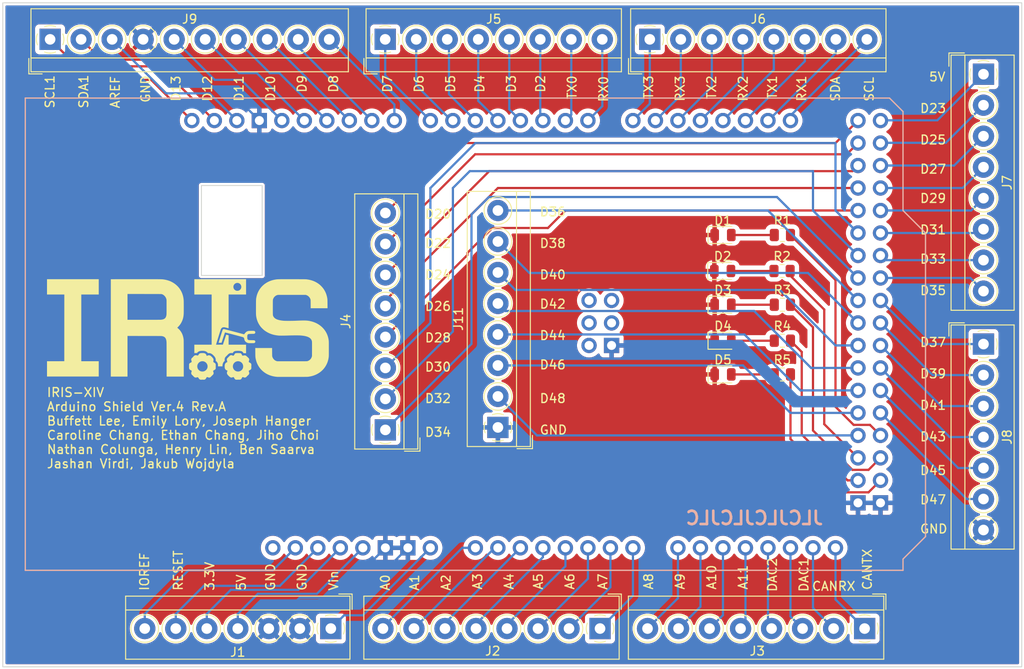
<source format=kicad_pcb>
(kicad_pcb (version 20221018) (generator pcbnew)
  (layers (0 "F.Cu" signal) (31 "B.Cu" signal) (34 "B.Paste" user) (35 "F.Paste" user) (36 "B.SilkS" user "B.Silkscreen") (37 "F.SilkS" user "F.Silkscreen") (38 "B.Mask" user) (39 "F.Mask" user) (44 "Edge.Cuts" user))
  (net 0 "")
  (net 1 "Net-(J1-Pin_1)")
  (net 2 "Net-(J1-Pin_4)")
  (net 3 "Net-(J1-Pin_5)")
  (net 4 "Net-(J1-Pin_6)")
  (net 5 "Net-(J1-Pin_7)")
  (net 6 "Net-(J2-Pin_1)")
  (net 7 "Net-(J2-Pin_2)")
  (net 8 "Net-(J2-Pin_3)")
  (net 9 "Net-(J2-Pin_4)")
  (net 10 "Net-(J2-Pin_5)")
  (net 11 "Net-(J2-Pin_6)")
  (net 12 "Net-(J2-Pin_7)")
  (net 13 "Net-(J2-Pin_8)")
  (net 14 "Net-(J3-Pin_1)")
  (net 15 "Net-(J3-Pin_2)")
  (net 16 "Net-(J3-Pin_3)")
  (net 17 "Net-(J3-Pin_4)")
  (net 18 "Net-(J3-Pin_5)")
  (net 19 "Net-(J3-Pin_6)")
  (net 20 "Net-(J3-Pin_7)")
  (net 21 "Net-(J3-Pin_8)")
  (net 22 "Net-(J4-Pin_1)")
  (net 23 "Net-(J4-Pin_2)")
  (net 24 "Net-(J4-Pin_3)")
  (net 25 "Net-(J4-Pin_4)")
  (net 26 "Net-(J4-Pin_5)")
  (net 27 "Net-(J4-Pin_6)")
  (net 28 "Net-(J4-Pin_7)")
  (net 29 "Net-(J4-Pin_8)")
  (net 30 "Net-(J5-Pin_1)")
  (net 31 "Net-(J5-Pin_2)")
  (net 32 "Net-(J5-Pin_3)")
  (net 33 "Net-(J5-Pin_4)")
  (net 34 "Net-(J5-Pin_5)")
  (net 35 "Net-(J5-Pin_6)")
  (net 36 "Net-(J5-Pin_7)")
  (net 37 "Net-(J5-Pin_8)")
  (net 38 "Net-(J6-Pin_1)")
  (net 39 "Net-(J6-Pin_2)")
  (net 40 "Net-(J6-Pin_3)")
  (net 41 "Net-(J6-Pin_4)")
  (net 42 "Net-(J6-Pin_5)")
  (net 43 "Net-(J6-Pin_6)")
  (net 44 "Net-(J6-Pin_7)")
  (net 45 "Net-(J6-Pin_8)")
  (net 46 "Net-(J7-Pin_1)")
  (net 47 "Net-(J7-Pin_2)")
  (net 48 "Net-(J7-Pin_3)")
  (net 49 "Net-(J7-Pin_4)")
  (net 50 "Net-(J7-Pin_5)")
  (net 51 "Net-(J7-Pin_6)")
  (net 52 "Net-(J7-Pin_7)")
  (net 53 "Net-(J7-Pin_8)")
  (net 54 "Net-(J8-Pin_1)")
  (net 55 "Net-(J8-Pin_2)")
  (net 56 "Net-(J8-Pin_3)")
  (net 57 "Net-(J8-Pin_4)")
  (net 58 "Net-(J9-Pin_1)")
  (net 59 "Net-(J9-Pin_2)")
  (net 60 "Net-(J9-Pin_3)")
  (net 61 "Net-(J9-Pin_5)")
  (net 62 "Net-(J9-Pin_6)")
  (net 63 "Net-(J9-Pin_7)")
  (net 64 "Net-(J9-Pin_8)")
  (net 65 "Net-(J9-Pin_9)")
  (net 66 "Net-(J9-Pin_10)")
  (net 67 "Net-(J11-Pin_2)")
  (net 68 "Net-(J11-Pin_3)")
  (net 69 "Net-(J11-Pin_4)")
  (net 70 "Net-(J11-Pin_5)")
  (net 71 "Net-(J11-Pin_6)")
  (net 72 "Net-(J11-Pin_7)")
  (net 73 "Net-(J11-Pin_8)")
  (net 74 "Net-(J8-Pin_5)")
  (net 75 "Net-(U1-D50)")
  (net 76 "Net-(U1-D51)")
  (net 77 "Net-(U1-D52)")
  (net 78 "Net-(U1-D53)")
  (net 79 "GND")
  (net 80 "Net-(D1-A)")
  (net 81 "Net-(D2-A)")
  (net 82 "Net-(D3-A)")
  (net 83 "Net-(D4-A)")
  (net 84 "Net-(D5-A)")
  (net 85 "Net-(J8-Pin_6)")
  (net 86 "Net-(U1-D49)")
  (footprint "TerminalBlock_4Ucon:TerminalBlock_4Ucon_1x08_P3.50mm_Horizontal" (layer "F.Cu") (at 117.266 90.678 180)
    (fp_text reference "J3")
    (fp_text value "Screw_Terminal_01x08")
  )
  (footprint "LED_SMD:LED_0805_2012Metric" (layer "F.Cu") (at 101.28 54.102)
    (fp_text reference "D3")
    (fp_text value "LED")
  )
  (footprint "Custom_Silkscreen_and_memes:irislogo" (layer "F.Cu") (at 40.892091 56.713747)
    (fp_text reference "G***" hide)
    (fp_text value "LOGO" hide)
  )
  (footprint "TerminalBlock_4Ucon:TerminalBlock_4Ucon_1x10_P3.50mm_Horizontal" (layer "F.Cu") (at 25.34 24.13)
    (fp_text reference "J9")
    (fp_text value "Screw_Terminal_01x10")
  )
  (footprint "Resistor_SMD:R_0805_2012Metric" (layer "F.Cu") (at 107.9875 58.166)
    (fp_text reference "R4")
    (fp_text value "232Ω")
  )
  (footprint "TerminalBlock_4Ucon:TerminalBlock_4Ucon_1x07_P3.50mm_Horizontal" (layer "F.Cu") (at 130.683 58.547 -90)
    (fp_text reference "J8")
    (fp_text value "Screw_Terminal_01x07")
  )
  (footprint "TerminalBlock_4Ucon:TerminalBlock_4Ucon_1x08_P3.50mm_Horizontal" (layer "F.Cu") (at 63.16 24.13)
    (fp_text reference "J5")
    (fp_text value "Screw_Terminal_01x08")
  )
  (footprint "Resistor_SMD:R_0805_2012Metric" (layer "F.Cu") (at 107.95 50.292)
    (fp_text reference "R2")
    (fp_text value "6Ω")
  )
  (footprint "LED_SMD:LED_0805_2012Metric" (layer "F.Cu") (at 101.28 46.228)
    (fp_text reference "D1")
    (fp_text value "LED")
  )
  (footprint "TerminalBlock_4Ucon:TerminalBlock_4Ucon_1x08_P3.50mm_Horizontal" (layer "F.Cu") (at 93.02 24.13)
    (fp_text reference "J6")
    (fp_text value "Screw_Terminal_01x08")
  )
  (footprint "Resistor_SMD:R_0805_2012Metric" (layer "F.Cu") (at 107.9875 61.976)
    (fp_text reference "R5")
    (fp_text value "6Ω")
  )
  (footprint "TerminalBlock_4Ucon:TerminalBlock_4Ucon_1x08_P3.50mm_Horizontal" (layer "F.Cu") (at 75.88 67.96 90)
    (fp_text reference "J11")
    (fp_text value "Screw_Terminal_01x08")
  )
  (footprint "TerminalBlock_4Ucon:TerminalBlock_4Ucon_1x07_P3.50mm_Horizontal" (layer "F.Cu") (at 57.023 90.678 180)
    (fp_text reference "J1")
    (fp_text value "Screw_Terminal_01x07")
  )
  (footprint "TerminalBlock_4Ucon:TerminalBlock_4Ucon_1x08_P3.50mm_Horizontal" (layer "F.Cu") (at 130.683 28.067 -90)
    (fp_text reference "J7")
    (fp_text value "Screw_Terminal_01x08")
  )
  (footprint "LED_SMD:LED_0805_2012Metric" (layer "F.Cu") (at 101.28 61.976)
    (fp_text reference "D5")
    (fp_text value "LED")
  )
  (footprint "LED_SMD:LED_0805_2012Metric" (layer "F.Cu") (at 101.28 58.166)
    (fp_text reference "D4")
    (fp_text value "LED")
  )
  (footprint "TerminalBlock_4Ucon:TerminalBlock_4Ucon_1x08_P3.50mm_Horizontal" (layer "F.Cu") (at 87.406 90.678 180)
    (fp_text reference "J2")
    (fp_text value "Screw_Terminal_01x08")
  )
  (footprint "LED_SMD:LED_0805_2012Metric" (layer "F.Cu") (at 101.2425 50.292)
    (fp_text reference "D2")
    (fp_text value "LED")
  )
  (footprint "Resistor_SMD:R_0805_2012Metric" (layer "F.Cu") (at 107.9875 54.102)
    (fp_text reference "R3")
    (fp_text value "6Ω")
  )
  (footprint "Resistor_SMD:R_0805_2012Metric" (layer "F.Cu") (at 107.9875 46.228)
    (fp_text reference "R1")
    (fp_text value "6Ω")
  )
  (footprint "Arduino_Due_Shield:Arduino_Due_Shield" (layer "F.Cu") (at 22.54 84.1)
    (fp_text reference "U1" hide)
    (fp_text value "A000062" hide)
  )
  (footprint "TerminalBlock_4Ucon:TerminalBlock_4Ucon_1x08_P3.50mm_Horizontal" (layer "F.Cu") (at 63.18 68.24 90)
    (fp_text reference "J4")
    (fp_text value "Screw_Terminal_01x08")
  )
  (gr_rect (start 42.418 40.64) (end 49.276 50.8) (stroke (width 0.1)) (fill none) (layer "Edge.Cuts"))
  (gr_rect (start 20 20) (end 135 95) (stroke (width 0.1)) (fill none) (layer "Edge.Cuts"))
  (gr_text "JLCJLCJLCJLC" (at 112.74 79.07) (layer "B.SilkS") (effects (font (size 1.5 1.5) (thickness 0.3) bold) (justify left bottom mirror)))
  (gr_text "D40" (at 80.518 51.308) (layer "F.SilkS") (effects (font (size 1 1) (thickness 0.153)) (justify left bottom)))
  (gr_text "CANTX" (at 118.156 86.406 90) (layer "F.SilkS") (effects (font (size 1 1) (thickness 0.153)) (justify left bottom)))
  (gr_text "3.3V" (at 43.942 86.487 90) (layer "F.SilkS") (effects (font (size 1 1) (thickness 0.153)) (justify left bottom)))
  (gr_text "A2" (at 70.612 86.487 90) (layer "F.SilkS") (effects (font (size 1 1) (thickness 0.153)) (justify left bottom)))
  (gr_text "D22" (at 67.564 47.752) (layer "F.SilkS") (effects (font (size 1 1) (thickness 0.153)) (justify left bottom)))
  (gr_text "D28" (at 67.564 58.42) (layer "F.SilkS") (effects (font (size 1 1) (thickness 0.153)) (justify left bottom)))
  (gr_text "A0" (at 63.754 86.487 90) (layer "F.SilkS") (effects (font (size 1 1) (thickness 0.153)) (justify left bottom)))
  (gr_text "D25" (at 123.444 36.068) (layer "F.SilkS") (effects (font (size 1 1) (thickness 0.153)) (justify left bottom)))
  (gr_text "CANRX" (at 111.252 86.487) (layer "F.SilkS") (effects (font (size 1 1) (thickness 0.153)) (justify left bottom)))
  (gr_text "GND" (at 50.8 86.487 90) (layer "F.SilkS") (effects (font (size 1 1) (thickness 0.153)) (justify left bottom)))
  (gr_text "D13" (at 40.132 31.242 90) (layer "F.SilkS") (effects (font (size 1 1) (thickness 0.153)) (justify left bottom)))
  (gr_text "AREF" (at 33.274 32.004 90) (layer "F.SilkS") (effects (font (size 1 1) (thickness 0.153)) (justify left bottom)))
  (gr_text "D27" (at 123.444 39.37) (layer "F.SilkS") (effects (font (size 1 1) (thickness 0.153)) (justify left bottom)))
  (gr_text "DAC2" (at 107.442 86.614 90) (layer "F.SilkS") (effects (font (size 1 1) (thickness 0.153)) (justify left bottom)))
  (gr_text "D12" (at 43.688 31.242 90) (layer "F.SilkS") (effects (font (size 1 1) (thickness 0.153)) (justify left bottom)))
  (gr_text "DAC1" (at 110.998 86.614 90) (layer "F.SilkS") (effects (font (size 1 1) (thickness 0.153)) (justify left bottom)))
  (gr_text "D26" (at 67.564 54.864) (layer "F.SilkS") (effects (font (size 1 1) (thickness 0.153)) (justify left bottom)))
  (gr_text "TX1\n" (at 107.442 30.988 90) (layer "F.SilkS") (effects (font (size 1 1) (thickness 0.153)) (justify left bottom)))
  (gr_text "D38" (at 80.518 47.752) (layer "F.SilkS") (effects (font (size 1 1) (thickness 0.153)) (justify left bottom)))
  (gr_text "D5" (at 71.12 30.226 90) (layer "F.SilkS") (effects (font (size 1 1) (thickness 0.153)) (justify left bottom)))
  (gr_text "D30" (at 67.564 61.722) (layer "F.SilkS") (effects (font (size 1 1) (thickness 0.153)) (justify left bottom)))
  (gr_text "A10" (at 100.584 86.36 90) (layer "F.SilkS") (effects (font (size 1 1) (thickness 0.153)) (justify left bottom)))
  (gr_text "A8" (at 93.472 86.36 90) (layer "F.SilkS") (effects (font (size 1 1) (thickness 0.153)) (justify left bottom)))
  (gr_text "A6" (at 84.582 86.36 90) (layer "F.SilkS") (effects (font (size 1 1) (thickness 0.153)) (justify left bottom)))
  (gr_text "D36" (at 80.518 44.196) (layer "F.SilkS") (effects (font (size 1 1) (thickness 0.153)) (justify left bottom)))
  (gr_text "D2" (at 81.28 30.226 90) (layer "F.SilkS") (effects (font (size 1 1) (thickness 0.153)) (justify left bottom)))
  (gr_text "D23" (at 123.444 32.512) (layer "F.SilkS") (effects (font (size 1 1) (thickness 0.153)) (justify left bottom)))
  (gr_text "D41" (at 123.444 66.04) (layer "F.SilkS") (effects (font (size 1 1) (thickness 0.153)) (justify left bottom)))
  (gr_text "D46" (at 80.518 61.468) (layer "F.SilkS") (effects (font (size 1 1) (thickness 0.153)) (justify left bottom)))
  (gr_text "TX0" (at 84.836 30.988 90) (layer "F.SilkS") (effects (font (size 1 1) (thickness 0.153)) (justify left bottom)))
  (gr_text "D11" (at 47.244 31.242 90) (layer "F.SilkS") (effects (font (size 1 1) (thickness 0.153)) (justify left bottom)))
  (gr_text "GND" (at 54.356 86.487 90) (layer "F.SilkS") (effects (font (size 1 1) (thickness 0.153)) (justify left bottom)))
  (gr_text "5V" (at 124.46 28.956) (layer "F.SilkS") (effects (font (size 1 1) (thickness 0.153)) (justify left bottom)))
  (gr_text "D3" (at 77.978 30.226 90) (layer "F.SilkS") (effects (font (size 1 1) (thickness 0.153)) (justify left bottom)))
  (gr_text "D20" (at 67.564 44.45) (layer "F.SilkS") (effects (font (size 1 1) (thickness 0.153)) (justify left bottom)))
  (gr_text "IOREF\n" (at 36.576 86.487 90) (layer "F.SilkS") (effects (font (size 1 1) (thickness 0.153)) (justify left bottom)))
  (gr_text "D33" (at 123.444 49.53) (layer "F.SilkS") (effects (font (size 1 1) (thickness 0.153)) (justify left bottom)))
  (gr_text "D7" (at 64.008 30.226 90) (layer "F.SilkS") (effects (font (size 1 1) (thickness 0.153)) (justify left bottom)))
  (gr_text "Vin\n" (at 57.923 86.478 90) (layer "F.SilkS") (effects (font (size 1 1) (thickness 0.153)) (justify left bottom)))
  (gr_text "A3" (at 74.168 86.36 90) (layer "F.SilkS") (effects (font (size 1 1) (thickness 0.153)) (justify left bottom)))
  (gr_text "A4" (at 77.724 86.36 90) (layer "F.SilkS") (effects (font (size 1 1) (thickness 0.153)) (justify left bottom)))
  (gr_text "D24" (at 67.564 51.308) (layer "F.SilkS") (effects (font (size 1 1) (thickness 0.153)) (justify left bottom)))
  (gr_text "D45" (at 123.444 73.406) (layer "F.SilkS") (effects (font (size 1 1) (thickness 0.153)) (justify left bottom)))
  (gr_text "D29" (at 123.444 42.672) (layer "F.SilkS") (effects (font (size 1 1) (thickness 0.153)) (justify left bottom)))
  (gr_text "GND" (at 80.518 68.834) (layer "F.SilkS") (effects (font (size 1 1) (thickness 0.153)) (justify left bottom)))
  (gr_text "D42" (at 80.518 54.61) (layer "F.SilkS") (effects (font (size 1 1) (thickness 0.153)) (justify left bottom)))
  (gr_text "SDA" (at 114.554 31.242 90) (layer "F.SilkS") (effects (font (size 1 1) (thickness 0.153)) (justify left bottom)))
  (gr_text "A7" (at 88.306 86.378 90) (layer "F.SilkS") (effects (font (size 1 1) (thickness 0.153)) (justify left bottom)))
  (gr_text "SDA1" (at 29.718 32.004 90) (layer "F.SilkS") (effects (font (size 1 1) (thickness 0.153)) (justify left bottom)))
  (gr_text "SCL" (at 118.364 31.242 90) (layer "F.SilkS") (effects (font (size 1 1) (thickness 0.153)) (justify left bottom)))
  (gr_text "GND" (at 123.444 80.01) (layer "F.SilkS") (effects (font (size 1 1) (thickness 0.153)) (justify left bottom)))
  (gr_text "D31" (at 123.444 46.228) (layer "F.SilkS") (effects (font (size 1 1) (thickness 0.153)) (justify left bottom)))
  (gr_text "D44" (at 80.518 58.166) (layer "F.SilkS") (effects (font (size 1 1) (thickness 0.153)) (justify left bottom)))
  (gr_text "RX2\n" (at 104.14 31.242 90) (layer "F.SilkS") (effects (font (size 1 1) (thickness 0.153)) (justify left bottom)))
  (gr_text "D48" (at 80.518 65.278) (layer "F.SilkS") (effects (font (size 1 1) (thickness 0.153)) (justify left bottom)))
  (gr_text "TX3" (at 93.472 30.988 90) (layer "F.SilkS") (effects (font (size 1 1) (thickness 0.153)) (justify left bottom)))
  (gr_text "A9" (at 97.028 86.36 90) (layer "F.SilkS") (effects (font (size 1 1) (thickness 0.153)) (justify left bottom)))
  (gr_text "SCL1" (at 25.908 32.004 90) (layer "F.SilkS") (effects (font (size 1 1) (thickness 0.153)) (justify left bottom)))
  (gr_text "D39" (at 123.444 62.484) (layer "F.SilkS") (effects (font (size 1 1) (thickness 0.153)) (justify left bottom)))
  (gr_text "D37" (at 123.444 58.928) (layer "F.SilkS") (effects (font (size 1 1) (thickness 0.153)) (justify left bottom)))
  (gr_text "A1" (at 67.056 86.487 90) (layer "F.SilkS") (effects (font (size 1 1) (thickness 0.153)) (justify left bottom)))
  (gr_text "D32" (at 67.564 65.278) (layer "F.SilkS") (effects (font (size 1 1) (thickness 0.153)) (justify left bottom)))
  (gr_text "RX3" (at 97.028 31.242 90) (layer "F.SilkS") (effects (font (size 1 1) (thickness 0.153)) (justify left bottom)))
  (gr_text "RX1" (at 110.744 31.242 90) (layer "F.SilkS") (effects (font (size 1 1) (thickness 0.153)) (justify left bottom)))
  (gr_text "D6" (at 67.564 30.226 90) (layer "F.SilkS") (effects (font (size 1 1) (thickness 0.153)) (justify left bottom)))
  (gr_text "A5" (at 81.026 86.36 90) (layer "F.SilkS") (effects (font (size 1 1) (thickness 0.153)) (justify left bottom)))
  (gr_text "D8" (at 57.912 30.226 90) (layer "F.SilkS") (effects (font (size 1 1) (thickness 0.153)) (justify left bottom)))
  (gr_text "RESET" (at 40.386 86.487 90) (layer "F.SilkS") (effects (font (size 1 1) (thickness 0.153)) (justify left bottom)))
  (gr_text "TX2" (at 100.584 30.988 90) (layer "F.SilkS") (effects (font (size 1 1) (thickness 0.153)) (justify left bottom)))
  (gr_text "IRIS-XIV\nArduino Shield Ver.4 Rev.A\nBuffett Lee, Emily Lory, Joseph Hanger\nCaroline Chang, Ethan Chang, Jiho Choi\nNathan Colunga, Henry Lin, Ben Saarva\nJashan Virdi, Jakub Wojdyla" (at 24.892 72.644) (layer "F.SilkS") (effects (font (size 1 1) (thickness 0.153)) (justify left bottom)))
  (gr_text "GND" (at 36.703 31.369 90) (layer "F.SilkS") (effects (font (size 1 1) (thickness 0.153)) (justify left bottom)))
  (gr_text "D9" (at 54.356 30.226 90) (layer "F.SilkS") (effects (font (size 1 1) (thickness 0.153)) (justify left bottom)))
  (gr_text "D34" (at 67.564 69.088) (layer "F.SilkS") (effects (font (size 1 1) (thickness 0.153)) (justify left bottom)))
  (gr_text "5V" (at 47.498 86.487 90) (layer "F.SilkS") (effects (font (size 1 1) (thickness 0.153)) (justify left bottom)))
  (gr_text "D10" (at 50.8 31.242 90) (layer "F.SilkS") (effects (font (size 1 1) (thickness 0.153)) (justify left bottom)))
  (gr_text "D35" (at 123.444 53.086) (layer "F.SilkS") (effects (font (size 1 1) (thickness 0.153)) (justify left bottom)))
  (gr_text "RX0" (at 88.392 31.296 90) (layer "F.SilkS") (effects (font (size 1 1) (thickness 0.153)) (justify left bottom)))
  (gr_text "D47" (at 123.444 76.708) (layer "F.SilkS") (effects (font (size 1 1) (thickness 0.153)) (justify left bottom)))
  (gr_text "A11" (at 104.14 86.36 90) (layer "F.SilkS") (effects (font (size 1 1) (thickness 0.153)) (justify left bottom)))
  (gr_text "D4" (at 74.422 30.226 90) (layer "F.SilkS") (effects (font (size 1 1) (thickness 0.153)) (justify left bottom)))
  (gr_text "D43" (at 123.444 69.596) (layer "F.SilkS") (effects (font (size 1 1) (thickness 0.153)) (justify left bottom)))
  (segment (start 60.64 89.18) (end 68.26 81.56) (width 0.25) (layer "B.Cu") (net 1))
  (segment (start 58.521 89.18) (end 60.64 89.18) (width 0.25) (layer "B.Cu") (net 1))
  (segment (start 57.023 90.678) (end 58.521 89.18) (width 0.25) (layer "B.Cu") (net 1))
  (segment (start 48.785 86.755) (end 46.523 89.017) (width 0.25) (layer "B.Cu") (net 2))
  (segment (start 55.445 86.755) (end 48.785 86.755) (width 0.25) (layer "B.Cu") (net 2))
  (segment (start 60.64 81.56) (end 55.445 86.755) (width 0.25) (layer "B.Cu") (net 2))
  (segment (start 46.523 89.017) (end 46.523 90.678) (width 0.25) (layer "B.Cu") (net 2))
  (segment (start 58.1 81.56) (end 53.355 86.305) (width 0.25) (layer "B.Cu") (net 3))
  (segment (start 45.735 86.305) (end 43.023 89.017) (width 0.25) (layer "B.Cu") (net 3))
  (segment (start 53.355 86.305) (end 45.735 86.305) (width 0.25) (layer "B.Cu") (net 3))
  (segment (start 43.023 89.017) (end 43.023 90.678) (width 0.25) (layer "B.Cu") (net 3))
  (segment (start 42.685 85.855) (end 39.523 89.017) (width 0.25) (layer "B.Cu") (net 4))
  (segment (start 55.56 81.56) (end 51.265 85.855) (width 0.25) (layer "B.Cu") (net 4))
  (segment (start 51.265 85.855) (end 42.685 85.855) (width 0.25) (layer "B.Cu") (net 4))
  (segment (start 39.523 89.017) (end 39.523 90.678) (width 0.25) (layer "B.Cu") (net 4))
  (segment (start 36.023 89.017) (end 36.023 90.678) (width 0.25) (layer "B.Cu") (net 5))
  (segment (start 50.48 84.1) (end 40.94 84.1) (width 0.25) (layer "B.Cu") (net 5))
  (segment (start 53.02 81.56) (end 50.48 84.1) (width 0.25) (layer "B.Cu") (net 5))
  (segment (start 40.94 84.1) (end 36.023 89.017) (width 0.25) (layer "B.Cu") (net 5))
  (segment (start 91.12 86.964) (end 87.406 90.678) (width 0.25) (layer "B.Cu") (net 6))
  (segment (start 91.12 81.56) (end 91.12 86.964) (width 0.25) (layer "B.Cu") (net 6))
  (segment (start 88.58 81.56) (end 88.58 86.004) (width 0.25) (layer "B.Cu") (net 7))
  (segment (start 88.58 86.004) (end 83.906 90.678) (width 0.25) (layer "B.Cu") (net 7))
  (segment (start 86.04 85.044) (end 80.406 90.678) (width 0.25) (layer "B.Cu") (net 8))
  (segment (start 86.04 81.56) (end 86.04 85.044) (width 0.25) (layer "B.Cu") (net 8))
  (segment (start 76.906 90.226) (end 76.906 90.678) (width 0.25) (layer "B.Cu") (net 9))
  (segment (start 83.5 81.56) (end 83.5 83.632) (width 0.25) (layer "B.Cu") (net 9))
  (segment (start 83.5 83.632) (end 76.906 90.226) (width 0.25) (layer "B.Cu") (net 9))
  (segment (start 80.96 81.56) (end 80.96 82.616) (width 0.25) (layer "B.Cu") (net 10))
  (segment (start 73.406 90.17) (end 73.406 90.678) (width 0.25) (layer "B.Cu") (net 10))
  (segment (start 80.96 82.616) (end 73.406 90.17) (width 0.25) (layer "B.Cu") (net 10))
  (segment (start 69.906 90.074) (end 69.906 90.678) (width 0.25) (layer "B.Cu") (net 11))
  (segment (start 78.42 81.56) (end 69.906 90.074) (width 0.25) (layer "B.Cu") (net 11))
  (segment (start 75.524 81.56) (end 75.88 81.56) (width 0.25) (layer "B.Cu") (net 12))
  (segment (start 66.406 90.678) (end 75.524 81.56) (width 0.25) (layer "B.Cu") (net 12))
  (segment (start 71.856 81.56) (end 73.34 81.56) (width 0.25) (layer "B.Cu") (net 13))
  (segment (start 62.906 90.51) (end 71.856 81.56) (width 0.25) (layer "B.Cu") (net 13))
  (segment (start 62.906 90.678) (end 62.906 90.51) (width 0.25) (layer "B.Cu") (net 13))
  (segment (start 113.98 81.56) (end 113.98 87.392) (width 0.25) (layer "B.Cu") (net 14))
  (segment (start 113.98 87.392) (end 117.266 90.678) (width 0.25) (layer "B.Cu") (net 14))
  (segment (start 111.44 88.352) (end 113.766 90.678) (width 0.25) (layer "B.Cu") (net 15))
  (segment (start 111.44 81.56) (end 111.44 88.352) (width 0.25) (layer "B.Cu") (net 15))
  (segment (start 108.9 81.56) (end 108.9 89.312) (width 0.25) (layer "B.Cu") (net 16))
  (segment (start 108.9 89.312) (end 110.266 90.678) (width 0.25) (layer "B.Cu") (net 16))
  (segment (start 106.36 81.56) (end 106.36 90.272) (width 0.25) (layer "B.Cu") (net 17))
  (segment (start 106.36 90.272) (end 106.766 90.678) (width 0.25) (layer "B.Cu") (net 17))
  (segment (start 103.82 90.124) (end 103.266 90.678) (width 0.25) (layer "B.Cu") (net 18))
  (segment (start 103.82 81.56) (end 103.82 90.124) (width 0.25) (layer "B.Cu") (net 18))
  (segment (start 101.28 81.56) (end 101.28 89.164) (width 0.25) (layer "B.Cu") (net 19))
  (segment (start 101.28 89.164) (end 99.766 90.678) (width 0.25) (layer "B.Cu") (net 19))
  (segment (start 98.74 81.56) (end 98.74 88.204) (width 0.25) (layer "B.Cu") (net 20))
  (segment (start 98.74 88.204) (end 96.266 90.678) (width 0.25) (layer "B.Cu") (net 20))
  (segment (start 96.2 87.244) (end 92.766 90.678) (width 0.25) (layer "B.Cu") (net 21))
  (segment (start 96.2 81.56) (end 96.2 87.244) (width 0.25) (layer "B.Cu") (net 21))
  (segment (start 72.898 58.522) (end 63.18 68.24) (width 0.25) (layer "B.Cu") (net 22))
  (segment (start 116.52 51.08) (end 107.375 41.935) (width 0.25) (layer "B.Cu") (net 22))
  (segment (start 74.865 41.935) (end 72.898 43.902) (width 0.25) (layer "B.Cu") (net 22))
  (segment (start 72.898 43.902) (end 72.898 58.522) (width 0.25) (layer "B.Cu") (net 22))
  (segment (start 107.375 41.935) (end 74.865 41.935) (width 0.25) (layer "B.Cu") (net 22))
  (segment (start 116.52 48.54) (end 111.44 43.46) (width 0.25) (layer "B.Cu") (net 23))
  (segment (start 70.8 40.92) (end 70.8 57.12) (width 0.25) (layer "B.Cu") (net 23))
  (segment (start 70.8 57.12) (end 63.18 64.74) (width 0.25) (layer "B.Cu") (net 23))
  (segment (start 111.44 43.46) (end 111.44 39.015) (width 0.25) (layer "B.Cu") (net 23))
  (segment (start 111.44 39.015) (end 72.705 39.015) (width 0.25) (layer "B.Cu") (net 23))
  (segment (start 72.705 39.015) (end 70.8 40.92) (width 0.25) (layer "B.Cu") (net 23))
  (segment (start 73.34 35.84) (end 68.26 40.92) (width 0.25) (layer "B.Cu") (net 24))
  (segment (start 63.18 61.24) (end 68.26 56.16) (width 0.25) (layer "B.Cu") (net 24))
  (segment (start 113.98 35.84) (end 113.98 43.46) (width 0.25) (layer "B.Cu") (net 24))
  (segment (start 113.98 43.46) (end 116.52 46) (width 0.25) (layer "B.Cu") (net 24))
  (segment (start 73.34 35.84) (end 113.98 35.84) (width 0.25) (layer "B.Cu") (net 24))
  (segment (start 68.26 56.16) (end 68.26 40.92) (width 0.25) (layer "B.Cu") (net 24))
  (segment (start 72.435 48.485) (end 72.435 48.248324) (width 0.25) (layer "F.Cu") (net 25))
  (segment (start 63.18 57.74) (end 72.435 48.485) (width 0.25) (layer "F.Cu") (net 25))
  (segment (start 81.525 45.435) (end 83.5 43.46) (width 0.25) (layer "F.Cu") (net 25))
  (segment (start 75.248324 45.435) (end 81.525 45.435) (width 0.25) (layer "F.Cu") (net 25))
  (segment (start 83.5 43.46) (end 116.52 43.46) (width 0.25) (layer "F.Cu") (net 25))
  (segment (start 72.435 48.248324) (end 75.248324 45.435) (width 0.25) (layer "F.Cu") (net 25))
  (segment (start 75.88 40.92) (end 63.18 53.62) (width 0.25) (layer "F.Cu") (net 26))
  (segment (start 116.52 40.92) (end 75.88 40.92) (width 0.25) (layer "F.Cu") (net 26))
  (segment (start 63.18 53.62) (end 63.18 54.24) (width 0.25) (layer "F.Cu") (net 26))
  (segment (start 74.905 39.015) (end 115.885 39.015) (width 0.25) (layer "F.Cu") (net 27))
  (segment (start 63.18 50.74) (end 74.905 39.015) (width 0.25) (layer "F.Cu") (net 27))
  (segment (start 115.885 39.015) (end 116.52 38.38) (width 0.25) (layer "F.Cu") (net 27))
  (segment (start 116.52 35.84) (end 115.25 37.11) (width 0.25) (layer "F.Cu") (net 28))
  (segment (start 73.31 37.11) (end 63.18 47.24) (width 0.25) (layer "F.Cu") (net 28))
  (segment (start 115.25 37.11) (end 73.31 37.11) (width 0.25) (layer "F.Cu") (net 28))
  (segment (start 71.08 35.84) (end 63.18 43.74) (width 0.25) (layer "F.Cu") (net 29))
  (segment (start 116.52 33.3) (end 113.98 35.84) (width 0.25) (layer "F.Cu") (net 29))
  (segment (start 113.98 35.84) (end 71.08 35.84) (width 0.25) (layer "F.Cu") (net 29))
  (segment (start 63.16 24.13) (end 63.16 28.2) (width 0.25) (layer "B.Cu") (net 30))
  (segment (start 63.16 28.2) (end 68.26 33.3) (width 0.25) (layer "B.Cu") (net 30))
  (segment (start 70.638 33.3) (end 70.8 33.3) (width 0.25) (layer "B.Cu") (net 31))
  (segment (start 66.66 29.322) (end 70.638 33.3) (width 0.25) (layer "B.Cu") (net 31))
  (segment (start 66.66 24.13) (end 66.66 29.322) (width 0.25) (layer "B.Cu") (net 31))
  (segment (start 70.16 24.13) (end 70.358 24.328) (width 0.25) (layer "B.Cu") (net 32))
  (segment (start 70.358 30.318) (end 73.34 33.3) (width 0.25) (layer "B.Cu") (net 32))
  (segment (start 70.358 24.328) (end 70.358 30.318) (width 0.25) (layer "B.Cu") (net 32))
  (segment (start 73.66 31.08) (end 75.88 33.3) (width 0.25) (layer "B.Cu") (net 33))
  (segment (start 73.66 24.13) (end 73.66 31.08) (width 0.25) (layer "B.Cu") (net 33))
  (segment (start 77.16 24.13) (end 77.16 32.04) (width 0.25) (layer "B.Cu") (net 34))
  (segment (start 77.16 32.04) (end 78.42 33.3) (width 0.25) (layer "B.Cu") (net 34))
  (segment (start 80.66 33) (end 80.96 33.3) (width 0.25) (layer "B.Cu") (net 35))
  (segment (start 80.66 24.13) (end 80.66 33) (width 0.25) (layer "B.Cu") (net 35))
  (segment (start 84.16 32.64) (end 83.5 33.3) (width 0.25) (layer "B.Cu") (net 36))
  (segment (start 84.16 24.13) (end 84.16 32.64) (width 0.25) (layer "B.Cu") (net 36))
  (segment (start 87.66 24.13) (end 87.66 31.68) (width 0.25) (layer "B.Cu") (net 37))
  (segment (start 87.66 31.68) (end 86.04 33.3) (width 0.25) (layer "B.Cu") (net 37))
  (segment (start 93.02 31.4) (end 91.12 33.3) (width 0.25) (layer "B.Cu") (net 38))
  (segment (start 93.02 24.13) (end 93.02 31.4) (width 0.25) (layer "B.Cu") (net 38))
  (segment (start 96.52 30.44) (end 93.66 33.3) (width 0.25) (layer "B.Cu") (net 39))
  (segment (start 96.52 24.13) (end 96.52 30.44) (width 0.25) (layer "B.Cu") (net 39))
  (segment (start 100.02 24.13) (end 100.02 29.48) (width 0.25) (layer "B.Cu") (net 40))
  (segment (start 100.02 29.48) (end 96.2 33.3) (width 0.25) (layer "B.Cu") (net 40))
  (segment (start 103.52 24.13) (end 103.52 28.52) (width 0.25) (layer "B.Cu") (net 41))
  (segment (start 103.52 28.52) (end 98.74 33.3) (width 0.25) (layer "B.Cu") (net 41))
  (segment (start 107.02 27.56) (end 101.28 33.3) (width 0.25) (layer "B.Cu") (net 42))
  (segment (start 107.02 24.13) (end 107.02 27.56) (width 0.25) (layer "B.Cu") (net 42))
  (segment (start 110.52 26.6) (end 103.82 33.3) (width 0.25) (layer "B.Cu") (net 43))
  (segment (start 110.52 24.13) (end 110.52 26.6) (width 0.25) (layer "B.Cu") (net 43))
  (segment (start 106.4 33.3) (end 106.36 33.3) (width 0.25) (layer "B.Cu") (net 44))
  (segment (start 114.02 25.68) (end 106.4 33.3) (width 0.25) (layer "B.Cu") (net 44))
  (segment (start 114.02 24.13) (end 114.02 25.68) (width 0.25) (layer "B.Cu") (net 44))
  (segment (start 108.9 32.75) (end 108.9 33.3) (width 0.25) (layer "B.Cu") (net 45))
  (segment (start 117.52 24.13) (end 108.9 32.75) (width 0.25) (layer "B.Cu") (net 45))
  (segment (start 119.086 33.274) (end 119.06 33.3) (width 0.25) (layer "B.Cu") (net 46))
  (segment (start 125.476 33.274) (end 119.086 33.274) (width 0.25) (layer "B.Cu") (net 46))
  (segment (start 130.683 28.067) (end 125.476 33.274) (width 0.25) (layer "B.Cu") (net 46))
  (segment (start 119.086 35.814) (end 119.06 35.84) (width 0.25) (layer "B.Cu") (net 47))
  (segment (start 126.436 35.814) (end 119.086 35.814) (width 0.25) (layer "B.Cu") (net 47))
  (segment (start 130.683 31.567) (end 126.436 35.814) (width 0.25) (layer "B.Cu") (net 47))
  (segment (start 127.37 38.38) (end 119.06 38.38) (width 0.25) (layer "B.Cu") (net 48))
  (segment (start 130.683 35.067) (end 127.37 38.38) (width 0.25) (layer "B.Cu") (net 48))
  (segment (start 128.33 40.92) (end 130.683 38.567) (width 0.25) (layer "B.Cu") (net 49))
  (segment (start 119.06 40.92) (end 128.33 40.92) (width 0.25) (layer "B.Cu") (net 49))
  (segment (start 129.29 43.46) (end 119.06 43.46) (width 0.25) (layer "B.Cu") (net 50))
  (segment (start 130.683 42.067) (end 129.29 43.46) (width 0.25) (layer "B.Cu") (net 50))
  (segment (start 119.06 46) (end 130.25 46) (width 0.25) (layer "B.Cu") (net 51))
  (segment (start 130.25 46) (end 130.683 45.567) (width 0.25) (layer "B.Cu") (net 51))
  (segment (start 130.683 49.067) (end 119.587 49.067) (width 0.25) (layer "B.Cu") (net 52))
  (segment (start 119.587 49.067) (end 119.06 48.54) (width 0.25) (layer "B.Cu") (net 52))
  (segment (start 129.196 51.08) (end 130.683 52.567) (width 0.25) (layer "B.Cu") (net 53))
  (segment (start 119.06 51.08) (end 129.196 51.08) (width 0.25) (layer "B.Cu") (net 53))
  (segment (start 130.683 58.547) (end 123.987 58.547) (width 0.25) (layer "B.Cu") (net 54))
  (segment (start 123.987 58.547) (end 119.06 53.62) (width 0.25) (layer "B.Cu") (net 54))
  (segment (start 130.683 62.047) (end 124.947 62.047) (width 0.25) (layer "B.Cu") (net 55))
  (segment (start 124.947 62.047) (end 119.06 56.16) (width 0.25) (layer "B.Cu") (net 55))
  (segment (start 125.907 65.547) (end 119.06 58.7) (width 0.25) (layer "B.Cu") (net 56))
  (segment (start 130.683 65.547) (end 125.907 65.547) (width 0.25) (layer "B.Cu") (net 56))
  (segment (start 126.867 69.047) (end 119.06 61.24) (width 0.25) (layer "B.Cu") (net 57))
  (segment (start 130.683 69.047) (end 126.867 69.047) (width 0.25) (layer "B.Cu") (net 57))
  (segment (start 41.336 33.3) (end 36.738 28.702) (width 0.25) (layer "F.Cu") (net 58))
  (segment (start 36.738 28.702) (end 29.912 28.702) (width 0.25) (layer "F.Cu") (net 58))
  (segment (start 29.912 28.702) (end 25.34 24.13) (width 0.25) (layer "F.Cu") (net 58))
  (segment (start 37.754 27.178) (end 31.888 27.178) (width 0.25) (layer "F.Cu") (net 59))
  (segment (start 31.888 27.178) (end 28.84 24.13) (width 0.25) (layer "F.Cu") (net 59))
  (segment (start 43.876 33.3) (end 37.754 27.178) (width 0.25) (layer "F.Cu") (net 59))
  (segment (start 38.436 30.226) (end 32.34 24.13) (width 0.25) (layer "B.Cu") (net 60))
  (segment (start 43.342 30.226) (end 38.436 30.226) (width 0.25) (layer "B.Cu") (net 60))
  (segment (start 46.416 33.3) (end 43.342 30.226) (width 0.25) (layer "B.Cu") (net 60))
  (segment (start 51.496 33.3) (end 46.898 28.702) (width 0.25) (layer "B.Cu") (net 61))
  (segment (start 43.912 28.702) (end 39.34 24.13) (width 0.25) (layer "B.Cu") (net 61))
  (segment (start 46.898 28.702) (end 43.912 28.702) (width 0.25) (layer "B.Cu") (net 61))
  (segment (start 46.65 27.94) (end 42.84 24.13) (width 0.25) (layer "B.Cu") (net 62))
  (segment (start 54.036 33.3) (end 48.676 27.94) (width 0.25) (layer "B.Cu") (net 62))
  (segment (start 48.676 27.94) (end 46.65 27.94) (width 0.25) (layer "B.Cu") (net 62))
  (segment (start 51.216 27.94) (end 50.15 27.94) (width 0.25) (layer "B.Cu") (net 63))
  (segment (start 50.15 27.94) (end 46.34 24.13) (width 0.25) (layer "B.Cu") (net 63))
  (segment (start 56.576 33.3) (end 51.216 27.94) (width 0.25) (layer "B.Cu") (net 63))
  (segment (start 59.116 33.3) (end 49.946 24.13) (width 0.25) (layer "B.Cu") (net 64))
  (segment (start 49.946 24.13) (end 49.84 24.13) (width 0.25) (layer "B.Cu") (net 64))
  (segment (start 61.656 33.3) (end 53.34 24.984) (width 0.25) (layer "B.Cu") (net 65))
  (segment (start 53.34 24.984) (end 53.34 24.13) (width 0.25) (layer "B.Cu") (net 65))
  (segment (start 64.196 31.486) (end 56.84 24.13) (width 0.25) (layer "B.Cu") (net 66))
  (segment (start 64.196 33.3) (end 64.196 31.486) (width 0.25) (layer "B.Cu") (net 66))
  (segment (start 80.28 68.86) (end 116.52 68.86) (width 0.25) (layer "B.Cu") (net 67))
  (segment (start 75.88 64.46) (end 80.28 68.86) (width 0.25) (layer "B.Cu") (net 67))
  (segment (start 103.54 60.96) (end 108.9 66.32) (width 0.25) (layer "B.Cu") (net 68))
  (segment (start 108.9 66.32) (end 116.52 66.32) (width 0.25) (layer "B.Cu") (net 68))
  (segment (start 75.88 60.96) (end 103.54 60.96) (width 0.25) (layer "B.Cu") (net 68))
  (segment (start 75.88 57.46) (end 103.706198 57.46) (width 0.25) (layer "B.Cu") (net 69))
  (segment (start 103.706198 57.46) (end 110.026198 63.78) (width 0.25) (layer "B.Cu") (net 69))
  (segment (start 110.026198 63.78) (end 116.52 63.78) (width 0.25) (layer "B.Cu") (net 69))
  (segment (start 111.224297 61.24) (end 104.792897 54.8086) (width 0.25) (layer "B.Cu") (net 70))
  (segment (start 104.792897 54.8086) (end 76.7286 54.8086) (width 0.25) (layer "B.Cu") (net 70))
  (segment (start 116.52 61.24) (end 111.224297 61.24) (width 0.25) (layer "B.Cu") (net 70))
  (segment (start 76.7286 54.8086) (end 75.88 53.96) (width 0.25) (layer "B.Cu") (net 70))
  (segment (start 113.98 58.7) (end 107.7114 52.4314) (width 0.25) (layer "B.Cu") (net 71))
  (segment (start 77.8514 52.4314) (end 75.88 50.46) (width 0.25) (layer "B.Cu") (net 71))
  (segment (start 107.7114 52.4314) (end 77.8514 52.4314) (width 0.25) (layer "B.Cu") (net 71))
  (segment (start 116.52 58.7) (end 113.98 58.7) (width 0.25) (layer "B.Cu") (net 71))
  (segment (start 110.875 50.515) (end 79.435 50.515) (width 0.25) (layer "B.Cu") (net 72))
  (segment (start 116.52 56.16) (end 110.875 50.515) (width 0.25) (layer "B.Cu") (net 72))
  (segment (start 79.435 50.515) (end 75.88 46.96) (width 0.25) (layer "B.Cu") (net 72))
  (segment (start 116.52 53.62) (end 106.36 43.46) (width 0.25) (layer "B.Cu") (net 73))
  (segment (start 75.88 43.46) (end 106.36 43.46) (width 0.25) (layer "B.Cu") (net 73))
  (segment (start 127.827 72.547) (end 119.06 63.78) (width 0.25) (layer "B.Cu") (net 74))
  (segment (start 130.683 72.547) (end 127.827 72.547) (width 0.25) (layer "B.Cu") (net 74))
  (segment (start 108.8625 50.8) (end 108.8625 50.292) (width 0.25) (layer "F.Cu") (net 75))
  (segment (start 112.71 54.6475) (end 108.8625 50.8) (width 0.25) (layer "F.Cu") (net 75))
  (segment (start 112.71 54.6475) (end 112.71 67.59) (width 0.25) (layer "F.Cu") (net 75))
  (segment (start 116.52 71.4) (end 112.71 67.59) (width 0.25) (layer "F.Cu") (net 75))
  (segment (start 111.44 68.306) (end 111.44 56.642) (width 0.25) (layer "F.Cu") (net 76))
  (segment (start 115.8854 72.7514) (end 111.44 68.306) (width 0.25) (layer "F.Cu") (net 76))
  (segment (start 111.44 56.642) (end 108.9 54.102) (width 0.25) (layer "F.Cu") (net 76))
  (segment (start 117.7086 72.7514) (end 115.8854 72.7514) (width 0.25) (layer "F.Cu") (net 76))
  (segment (start 119.06 71.4) (end 117.7086 72.7514) (width 0.25) (layer "F.Cu") (net 76))
  (segment (start 110.17 59.436) (end 110.17 68.768) (width 0.25) (layer "F.Cu") (net 77))
  (segment (start 108.9 58.166) (end 110.17 59.436) (width 0.25) (layer "F.Cu") (net 77))
  (segment (start 110.17 68.768) (end 115.342 73.94) (width 0.25) (layer "F.Cu") (net 77))
  (segment (start 115.342 73.94) (end 116.52 73.94) (width 0.25) (layer "F.Cu") (net 77))
  (segment (start 108.9 69.276) (end 108.9 61.976) (width 0.25) (layer "F.Cu") (net 78))
  (segment (start 114.9154 75.2914) (end 108.9 69.276) (width 0.25) (layer "F.Cu") (net 78))
  (segment (start 119.06 73.94) (end 117.7086 75.2914) (width 0.25) (layer "F.Cu") (net 78))
  (segment (start 117.7086 75.2914) (end 114.9154 75.2914) (width 0.25) (layer "F.Cu") (net 78))
  (segment (start 75.88 67.96) (end 105.806 67.96) (width 0.25) (layer "F.Cu") (net 79))
  (segment (start 105.806 67.96) (end 114.326 76.48) (width 0.25) (layer "F.Cu") (net 79))
  (segment (start 114.326 76.48) (end 116.52 76.48) (width 0.25) (layer "F.Cu") (net 79))
  (segment (start 119.06 76.48) (end 127.616 76.48) (width 0.25) (layer "B.Cu") (net 79))
  (segment (start 63.18 81.56) (end 57.535 87.205) (width 0.25) (layer "B.Cu") (net 79))
  (segment (start 53.496 87.205) (end 50.023 90.678) (width 0.25) (layer "B.Cu") (net 79))
  (segment (start 59.625 87.655) (end 65.72 81.56) (width 0.25) (layer "B.Cu") (net 79))
  (segment (start 45.12 29.464) (end 41.174 29.464) (width 0.25) (layer "B.Cu") (net 79))
  (segment (start 127.616 76.48) (end 130.683 79.547) (width 0.25) (layer "B.Cu") (net 79))
  (segment (start 48.956 33.3) (end 45.12 29.464) (width 0.25) (layer "B.Cu") (net 79))
  (segment (start 56.546 87.655) (end 59.625 87.655) (width 0.25) (layer "B.Cu") (net 79))
  (segment (start 53.523 90.678) (end 56.546 87.655) (width 0.25) (layer "B.Cu") (net 79))
  (segment (start 57.535 87.205) (end 53.496 87.205) (width 0.25) (layer "B.Cu") (net 79))
  (segment (start 41.174 29.464) (end 35.84 24.13) (width 0.25) (layer "B.Cu") (net 79))
  (segment (start 102.2175 46.228) (end 107.075 46.228) (width 0.25) (layer "F.Cu") (net 80))
  (segment (start 102.18 50.292) (end 107.28 50.292) (width 0.25) (layer "F.Cu") (net 81))
  (segment (start 102.2175 54.102) (end 107.075 54.102) (width 0.25) (layer "F.Cu") (net 82))
  (segment (start 102.2175 58.166) (end 107.075 58.166) (width 0.25) (layer "F.Cu") (net 83))
  (segment (start 102.2175 61.976) (end 107.075 61.976) (width 0.25) (layer "F.Cu") (net 84))
  (segment (start 128.787 76.047) (end 119.06 66.32) (width 0.25) (layer "B.Cu") (net 85))
  (segment (start 130.683 76.047) (end 128.787 76.047) (width 0.25) (layer "B.Cu") (net 85))
  (segment (start 119.06 68.86) (end 117.8714 67.6714) (width 0.25) (layer "F.Cu") (net 86))
  (segment (start 117.8714 67.6714) (end 116.027665 67.6714) (width 0.25) (layer "F.Cu") (net 86))
  (segment (start 116.027665 67.6714) (end 113.98 65.623735) (width 0.25) (layer "F.Cu") (net 86))
  (segment (start 113.98 65.623735) (end 113.98 51.308) (width 0.25) (layer "F.Cu") (net 86))
  (segment (start 113.98 51.308) (end 108.9 46.228) (width 0.25) (layer "F.Cu") (net 86))
  (zone (net 79) (net_name "GND") (layer "F.Cu") (connect_pads (clearance 0.5)) (min_thickness 0.25) (fill yes (thermal_gap 0.5) (thermal_bridge_width 0.5))
    (polygon (pts (xy 19.685 19.685) (xy 135.255 19.685) (xy 135.255 95.25) (xy 19.685 95.25)))
  )
  (zone (net 79) (net_name "GND") (layer "B.Cu") (priority 1) (connect_pads (clearance 0.5)) (min_thickness 0.25) (fill yes (thermal_gap 0.5) (thermal_bridge_width 0.5))
    (polygon (pts (xy 19.685 19.685) (xy 135.255 19.685) (xy 135.255 95.25) (xy 19.685 95.25)))
  )
)
</source>
